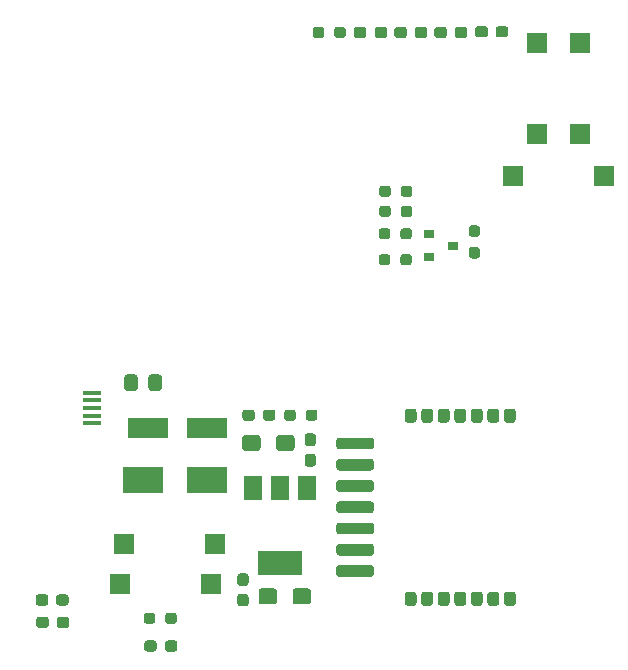
<source format=gbr>
%TF.GenerationSoftware,KiCad,Pcbnew,(5.1.10)-1*%
%TF.CreationDate,2021-06-06T01:15:34+08:00*%
%TF.ProjectId,tuya_arduino,74757961-5f61-4726-9475-696e6f2e6b69,rev?*%
%TF.SameCoordinates,Original*%
%TF.FileFunction,Paste,Top*%
%TF.FilePolarity,Positive*%
%FSLAX46Y46*%
G04 Gerber Fmt 4.6, Leading zero omitted, Abs format (unit mm)*
G04 Created by KiCad (PCBNEW (5.1.10)-1) date 2021-06-06 01:15:34*
%MOMM*%
%LPD*%
G01*
G04 APERTURE LIST*
%ADD10R,1.500000X2.000000*%
%ADD11R,3.800000X2.000000*%
%ADD12R,1.700000X1.700000*%
%ADD13R,0.900000X0.800000*%
%ADD14R,1.600000X0.400000*%
%ADD15R,3.500000X2.300000*%
%ADD16R,3.500000X1.800000*%
G04 APERTURE END LIST*
%TO.C,U2*%
G36*
G01*
X119050000Y-93250000D02*
X119050000Y-92550000D01*
G75*
G02*
X119300000Y-92300000I250000J0D01*
G01*
X119800000Y-92300000D01*
G75*
G02*
X120050000Y-92550000I0J-250000D01*
G01*
X120050000Y-93250000D01*
G75*
G02*
X119800000Y-93500000I-250000J0D01*
G01*
X119300000Y-93500000D01*
G75*
G02*
X119050000Y-93250000I0J250000D01*
G01*
G37*
G36*
G01*
X117650000Y-93250000D02*
X117650000Y-92550000D01*
G75*
G02*
X117900000Y-92300000I250000J0D01*
G01*
X118400000Y-92300000D01*
G75*
G02*
X118650000Y-92550000I0J-250000D01*
G01*
X118650000Y-93250000D01*
G75*
G02*
X118400000Y-93500000I-250000J0D01*
G01*
X117900000Y-93500000D01*
G75*
G02*
X117650000Y-93250000I0J250000D01*
G01*
G37*
G36*
G01*
X110650000Y-93250000D02*
X110650000Y-92550000D01*
G75*
G02*
X110900000Y-92300000I250000J0D01*
G01*
X111400000Y-92300000D01*
G75*
G02*
X111650000Y-92550000I0J-250000D01*
G01*
X111650000Y-93250000D01*
G75*
G02*
X111400000Y-93500000I-250000J0D01*
G01*
X110900000Y-93500000D01*
G75*
G02*
X110650000Y-93250000I0J250000D01*
G01*
G37*
G36*
G01*
X114850000Y-93250000D02*
X114850000Y-92550000D01*
G75*
G02*
X115100000Y-92300000I250000J0D01*
G01*
X115600000Y-92300000D01*
G75*
G02*
X115850000Y-92550000I0J-250000D01*
G01*
X115850000Y-93250000D01*
G75*
G02*
X115600000Y-93500000I-250000J0D01*
G01*
X115100000Y-93500000D01*
G75*
G02*
X114850000Y-93250000I0J250000D01*
G01*
G37*
G36*
G01*
X116250000Y-93250000D02*
X116250000Y-92550000D01*
G75*
G02*
X116500000Y-92300000I250000J0D01*
G01*
X117000000Y-92300000D01*
G75*
G02*
X117250000Y-92550000I0J-250000D01*
G01*
X117250000Y-93250000D01*
G75*
G02*
X117000000Y-93500000I-250000J0D01*
G01*
X116500000Y-93500000D01*
G75*
G02*
X116250000Y-93250000I0J250000D01*
G01*
G37*
G36*
G01*
X112050000Y-93250000D02*
X112050000Y-92550000D01*
G75*
G02*
X112300000Y-92300000I250000J0D01*
G01*
X112800000Y-92300000D01*
G75*
G02*
X113050000Y-92550000I0J-250000D01*
G01*
X113050000Y-93250000D01*
G75*
G02*
X112800000Y-93500000I-250000J0D01*
G01*
X112300000Y-93500000D01*
G75*
G02*
X112050000Y-93250000I0J250000D01*
G01*
G37*
G36*
G01*
X113450000Y-93250000D02*
X113450000Y-92550000D01*
G75*
G02*
X113700000Y-92300000I250000J0D01*
G01*
X114200000Y-92300000D01*
G75*
G02*
X114450000Y-92550000I0J-250000D01*
G01*
X114450000Y-93250000D01*
G75*
G02*
X114200000Y-93500000I-250000J0D01*
G01*
X113700000Y-93500000D01*
G75*
G02*
X113450000Y-93250000I0J250000D01*
G01*
G37*
G36*
G01*
X104850000Y-90800000D02*
X104850000Y-90300000D01*
G75*
G02*
X105100000Y-90050000I250000J0D01*
G01*
X107800000Y-90050000D01*
G75*
G02*
X108050000Y-90300000I0J-250000D01*
G01*
X108050000Y-90800000D01*
G75*
G02*
X107800000Y-91050000I-250000J0D01*
G01*
X105100000Y-91050000D01*
G75*
G02*
X104850000Y-90800000I0J250000D01*
G01*
G37*
G36*
G01*
X104850000Y-89000000D02*
X104850000Y-88500000D01*
G75*
G02*
X105100000Y-88250000I250000J0D01*
G01*
X107800000Y-88250000D01*
G75*
G02*
X108050000Y-88500000I0J-250000D01*
G01*
X108050000Y-89000000D01*
G75*
G02*
X107800000Y-89250000I-250000J0D01*
G01*
X105100000Y-89250000D01*
G75*
G02*
X104850000Y-89000000I0J250000D01*
G01*
G37*
G36*
G01*
X104850000Y-87200000D02*
X104850000Y-86700000D01*
G75*
G02*
X105100000Y-86450000I250000J0D01*
G01*
X107800000Y-86450000D01*
G75*
G02*
X108050000Y-86700000I0J-250000D01*
G01*
X108050000Y-87200000D01*
G75*
G02*
X107800000Y-87450000I-250000J0D01*
G01*
X105100000Y-87450000D01*
G75*
G02*
X104850000Y-87200000I0J250000D01*
G01*
G37*
G36*
G01*
X104850000Y-85400000D02*
X104850000Y-84900000D01*
G75*
G02*
X105100000Y-84650000I250000J0D01*
G01*
X107800000Y-84650000D01*
G75*
G02*
X108050000Y-84900000I0J-250000D01*
G01*
X108050000Y-85400000D01*
G75*
G02*
X107800000Y-85650000I-250000J0D01*
G01*
X105100000Y-85650000D01*
G75*
G02*
X104850000Y-85400000I0J250000D01*
G01*
G37*
G36*
G01*
X104850000Y-83600000D02*
X104850000Y-83100000D01*
G75*
G02*
X105100000Y-82850000I250000J0D01*
G01*
X107800000Y-82850000D01*
G75*
G02*
X108050000Y-83100000I0J-250000D01*
G01*
X108050000Y-83600000D01*
G75*
G02*
X107800000Y-83850000I-250000J0D01*
G01*
X105100000Y-83850000D01*
G75*
G02*
X104850000Y-83600000I0J250000D01*
G01*
G37*
G36*
G01*
X104850000Y-81800000D02*
X104850000Y-81300000D01*
G75*
G02*
X105100000Y-81050000I250000J0D01*
G01*
X107800000Y-81050000D01*
G75*
G02*
X108050000Y-81300000I0J-250000D01*
G01*
X108050000Y-81800000D01*
G75*
G02*
X107800000Y-82050000I-250000J0D01*
G01*
X105100000Y-82050000D01*
G75*
G02*
X104850000Y-81800000I0J250000D01*
G01*
G37*
G36*
G01*
X104850000Y-80000000D02*
X104850000Y-79500000D01*
G75*
G02*
X105100000Y-79250000I250000J0D01*
G01*
X107800000Y-79250000D01*
G75*
G02*
X108050000Y-79500000I0J-250000D01*
G01*
X108050000Y-80000000D01*
G75*
G02*
X107800000Y-80250000I-250000J0D01*
G01*
X105100000Y-80250000D01*
G75*
G02*
X104850000Y-80000000I0J250000D01*
G01*
G37*
G36*
G01*
X110650000Y-77750000D02*
X110650000Y-77050000D01*
G75*
G02*
X110900000Y-76800000I250000J0D01*
G01*
X111400000Y-76800000D01*
G75*
G02*
X111650000Y-77050000I0J-250000D01*
G01*
X111650000Y-77750000D01*
G75*
G02*
X111400000Y-78000000I-250000J0D01*
G01*
X110900000Y-78000000D01*
G75*
G02*
X110650000Y-77750000I0J250000D01*
G01*
G37*
G36*
G01*
X112050000Y-77750000D02*
X112050000Y-77050000D01*
G75*
G02*
X112300000Y-76800000I250000J0D01*
G01*
X112800000Y-76800000D01*
G75*
G02*
X113050000Y-77050000I0J-250000D01*
G01*
X113050000Y-77750000D01*
G75*
G02*
X112800000Y-78000000I-250000J0D01*
G01*
X112300000Y-78000000D01*
G75*
G02*
X112050000Y-77750000I0J250000D01*
G01*
G37*
G36*
G01*
X113450000Y-77750000D02*
X113450000Y-77050000D01*
G75*
G02*
X113700000Y-76800000I250000J0D01*
G01*
X114200000Y-76800000D01*
G75*
G02*
X114450000Y-77050000I0J-250000D01*
G01*
X114450000Y-77750000D01*
G75*
G02*
X114200000Y-78000000I-250000J0D01*
G01*
X113700000Y-78000000D01*
G75*
G02*
X113450000Y-77750000I0J250000D01*
G01*
G37*
G36*
G01*
X114850000Y-77750000D02*
X114850000Y-77050000D01*
G75*
G02*
X115100000Y-76800000I250000J0D01*
G01*
X115600000Y-76800000D01*
G75*
G02*
X115850000Y-77050000I0J-250000D01*
G01*
X115850000Y-77750000D01*
G75*
G02*
X115600000Y-78000000I-250000J0D01*
G01*
X115100000Y-78000000D01*
G75*
G02*
X114850000Y-77750000I0J250000D01*
G01*
G37*
G36*
G01*
X116250000Y-77750000D02*
X116250000Y-77050000D01*
G75*
G02*
X116500000Y-76800000I250000J0D01*
G01*
X117000000Y-76800000D01*
G75*
G02*
X117250000Y-77050000I0J-250000D01*
G01*
X117250000Y-77750000D01*
G75*
G02*
X117000000Y-78000000I-250000J0D01*
G01*
X116500000Y-78000000D01*
G75*
G02*
X116250000Y-77750000I0J250000D01*
G01*
G37*
G36*
G01*
X117650000Y-77750000D02*
X117650000Y-77050000D01*
G75*
G02*
X117900000Y-76800000I250000J0D01*
G01*
X118400000Y-76800000D01*
G75*
G02*
X118650000Y-77050000I0J-250000D01*
G01*
X118650000Y-77750000D01*
G75*
G02*
X118400000Y-78000000I-250000J0D01*
G01*
X117900000Y-78000000D01*
G75*
G02*
X117650000Y-77750000I0J250000D01*
G01*
G37*
G36*
G01*
X119050000Y-77750000D02*
X119050000Y-77050000D01*
G75*
G02*
X119300000Y-76800000I250000J0D01*
G01*
X119800000Y-76800000D01*
G75*
G02*
X120050000Y-77050000I0J-250000D01*
G01*
X120050000Y-77750000D01*
G75*
G02*
X119800000Y-78000000I-250000J0D01*
G01*
X119300000Y-78000000D01*
G75*
G02*
X119050000Y-77750000I0J250000D01*
G01*
G37*
%TD*%
D10*
%TO.C,U1*%
X102400000Y-83550000D03*
X97800000Y-83550000D03*
X100100000Y-83550000D03*
D11*
X100100000Y-89850000D03*
%TD*%
D12*
%TO.C,SW5*%
X94580000Y-88230000D03*
X86880000Y-88230000D03*
%TD*%
%TO.C,SW4*%
X94280000Y-91680000D03*
X86580000Y-91680000D03*
%TD*%
%TO.C,SW3*%
X125480000Y-45820000D03*
X125480000Y-53520000D03*
%TD*%
%TO.C,SW2*%
X127480000Y-57130000D03*
X119780000Y-57130000D03*
%TD*%
%TO.C,SW1*%
X121830000Y-45870000D03*
X121830000Y-53570000D03*
%TD*%
%TO.C,R8*%
G36*
G01*
X90375000Y-94787500D02*
X90375000Y-94312500D01*
G75*
G02*
X90612500Y-94075000I237500J0D01*
G01*
X91112500Y-94075000D01*
G75*
G02*
X91350000Y-94312500I0J-237500D01*
G01*
X91350000Y-94787500D01*
G75*
G02*
X91112500Y-95025000I-237500J0D01*
G01*
X90612500Y-95025000D01*
G75*
G02*
X90375000Y-94787500I0J237500D01*
G01*
G37*
G36*
G01*
X88550000Y-94787500D02*
X88550000Y-94312500D01*
G75*
G02*
X88787500Y-94075000I237500J0D01*
G01*
X89287500Y-94075000D01*
G75*
G02*
X89525000Y-94312500I0J-237500D01*
G01*
X89525000Y-94787500D01*
G75*
G02*
X89287500Y-95025000I-237500J0D01*
G01*
X88787500Y-95025000D01*
G75*
G02*
X88550000Y-94787500I0J237500D01*
G01*
G37*
%TD*%
%TO.C,R7*%
G36*
G01*
X110325000Y-58637500D02*
X110325000Y-58162500D01*
G75*
G02*
X110562500Y-57925000I237500J0D01*
G01*
X111062500Y-57925000D01*
G75*
G02*
X111300000Y-58162500I0J-237500D01*
G01*
X111300000Y-58637500D01*
G75*
G02*
X111062500Y-58875000I-237500J0D01*
G01*
X110562500Y-58875000D01*
G75*
G02*
X110325000Y-58637500I0J237500D01*
G01*
G37*
G36*
G01*
X108500000Y-58637500D02*
X108500000Y-58162500D01*
G75*
G02*
X108737500Y-57925000I237500J0D01*
G01*
X109237500Y-57925000D01*
G75*
G02*
X109475000Y-58162500I0J-237500D01*
G01*
X109475000Y-58637500D01*
G75*
G02*
X109237500Y-58875000I-237500J0D01*
G01*
X108737500Y-58875000D01*
G75*
G02*
X108500000Y-58637500I0J237500D01*
G01*
G37*
%TD*%
%TO.C,R6*%
G36*
G01*
X110275000Y-64437500D02*
X110275000Y-63962500D01*
G75*
G02*
X110512500Y-63725000I237500J0D01*
G01*
X111012500Y-63725000D01*
G75*
G02*
X111250000Y-63962500I0J-237500D01*
G01*
X111250000Y-64437500D01*
G75*
G02*
X111012500Y-64675000I-237500J0D01*
G01*
X110512500Y-64675000D01*
G75*
G02*
X110275000Y-64437500I0J237500D01*
G01*
G37*
G36*
G01*
X108450000Y-64437500D02*
X108450000Y-63962500D01*
G75*
G02*
X108687500Y-63725000I237500J0D01*
G01*
X109187500Y-63725000D01*
G75*
G02*
X109425000Y-63962500I0J-237500D01*
G01*
X109425000Y-64437500D01*
G75*
G02*
X109187500Y-64675000I-237500J0D01*
G01*
X108687500Y-64675000D01*
G75*
G02*
X108450000Y-64437500I0J237500D01*
G01*
G37*
%TD*%
%TO.C,R5*%
G36*
G01*
X108487500Y-60337500D02*
X108487500Y-59862500D01*
G75*
G02*
X108725000Y-59625000I237500J0D01*
G01*
X109225000Y-59625000D01*
G75*
G02*
X109462500Y-59862500I0J-237500D01*
G01*
X109462500Y-60337500D01*
G75*
G02*
X109225000Y-60575000I-237500J0D01*
G01*
X108725000Y-60575000D01*
G75*
G02*
X108487500Y-60337500I0J237500D01*
G01*
G37*
G36*
G01*
X110312500Y-60337500D02*
X110312500Y-59862500D01*
G75*
G02*
X110550000Y-59625000I237500J0D01*
G01*
X111050000Y-59625000D01*
G75*
G02*
X111287500Y-59862500I0J-237500D01*
G01*
X111287500Y-60337500D01*
G75*
G02*
X111050000Y-60575000I-237500J0D01*
G01*
X110550000Y-60575000D01*
G75*
G02*
X110312500Y-60337500I0J237500D01*
G01*
G37*
%TD*%
%TO.C,R4*%
G36*
G01*
X116787500Y-62262500D02*
X116312500Y-62262500D01*
G75*
G02*
X116075000Y-62025000I0J237500D01*
G01*
X116075000Y-61525000D01*
G75*
G02*
X116312500Y-61287500I237500J0D01*
G01*
X116787500Y-61287500D01*
G75*
G02*
X117025000Y-61525000I0J-237500D01*
G01*
X117025000Y-62025000D01*
G75*
G02*
X116787500Y-62262500I-237500J0D01*
G01*
G37*
G36*
G01*
X116787500Y-64087500D02*
X116312500Y-64087500D01*
G75*
G02*
X116075000Y-63850000I0J237500D01*
G01*
X116075000Y-63350000D01*
G75*
G02*
X116312500Y-63112500I237500J0D01*
G01*
X116787500Y-63112500D01*
G75*
G02*
X117025000Y-63350000I0J-237500D01*
G01*
X117025000Y-63850000D01*
G75*
G02*
X116787500Y-64087500I-237500J0D01*
G01*
G37*
%TD*%
%TO.C,R3*%
G36*
G01*
X110275000Y-62237500D02*
X110275000Y-61762500D01*
G75*
G02*
X110512500Y-61525000I237500J0D01*
G01*
X111012500Y-61525000D01*
G75*
G02*
X111250000Y-61762500I0J-237500D01*
G01*
X111250000Y-62237500D01*
G75*
G02*
X111012500Y-62475000I-237500J0D01*
G01*
X110512500Y-62475000D01*
G75*
G02*
X110275000Y-62237500I0J237500D01*
G01*
G37*
G36*
G01*
X108450000Y-62237500D02*
X108450000Y-61762500D01*
G75*
G02*
X108687500Y-61525000I237500J0D01*
G01*
X109187500Y-61525000D01*
G75*
G02*
X109425000Y-61762500I0J-237500D01*
G01*
X109425000Y-62237500D01*
G75*
G02*
X109187500Y-62475000I-237500J0D01*
G01*
X108687500Y-62475000D01*
G75*
G02*
X108450000Y-62237500I0J237500D01*
G01*
G37*
%TD*%
%TO.C,R2*%
G36*
G01*
X103825000Y-44712500D02*
X103825000Y-45187500D01*
G75*
G02*
X103587500Y-45425000I-237500J0D01*
G01*
X103087500Y-45425000D01*
G75*
G02*
X102850000Y-45187500I0J237500D01*
G01*
X102850000Y-44712500D01*
G75*
G02*
X103087500Y-44475000I237500J0D01*
G01*
X103587500Y-44475000D01*
G75*
G02*
X103825000Y-44712500I0J-237500D01*
G01*
G37*
G36*
G01*
X105650000Y-44712500D02*
X105650000Y-45187500D01*
G75*
G02*
X105412500Y-45425000I-237500J0D01*
G01*
X104912500Y-45425000D01*
G75*
G02*
X104675000Y-45187500I0J237500D01*
G01*
X104675000Y-44712500D01*
G75*
G02*
X104912500Y-44475000I237500J0D01*
G01*
X105412500Y-44475000D01*
G75*
G02*
X105650000Y-44712500I0J-237500D01*
G01*
G37*
%TD*%
%TO.C,R1*%
G36*
G01*
X102275000Y-77587500D02*
X102275000Y-77112500D01*
G75*
G02*
X102512500Y-76875000I237500J0D01*
G01*
X103012500Y-76875000D01*
G75*
G02*
X103250000Y-77112500I0J-237500D01*
G01*
X103250000Y-77587500D01*
G75*
G02*
X103012500Y-77825000I-237500J0D01*
G01*
X102512500Y-77825000D01*
G75*
G02*
X102275000Y-77587500I0J237500D01*
G01*
G37*
G36*
G01*
X100450000Y-77587500D02*
X100450000Y-77112500D01*
G75*
G02*
X100687500Y-76875000I237500J0D01*
G01*
X101187500Y-76875000D01*
G75*
G02*
X101425000Y-77112500I0J-237500D01*
G01*
X101425000Y-77587500D01*
G75*
G02*
X101187500Y-77825000I-237500J0D01*
G01*
X100687500Y-77825000D01*
G75*
G02*
X100450000Y-77587500I0J237500D01*
G01*
G37*
%TD*%
D13*
%TO.C,Q1*%
X114700000Y-63000000D03*
X112700000Y-63950000D03*
X112700000Y-62050000D03*
%TD*%
D14*
%TO.C,J2*%
X84150000Y-78050000D03*
X84150000Y-77400000D03*
X84150000Y-75450000D03*
X84150000Y-76100000D03*
X84150000Y-76750000D03*
%TD*%
%TO.C,F1*%
G36*
G01*
X88050000Y-74149999D02*
X88050000Y-75050001D01*
G75*
G02*
X87800001Y-75300000I-249999J0D01*
G01*
X87149999Y-75300000D01*
G75*
G02*
X86900000Y-75050001I0J249999D01*
G01*
X86900000Y-74149999D01*
G75*
G02*
X87149999Y-73900000I249999J0D01*
G01*
X87800001Y-73900000D01*
G75*
G02*
X88050000Y-74149999I0J-249999D01*
G01*
G37*
G36*
G01*
X90100000Y-74149999D02*
X90100000Y-75050001D01*
G75*
G02*
X89850001Y-75300000I-249999J0D01*
G01*
X89199999Y-75300000D01*
G75*
G02*
X88950000Y-75050001I0J249999D01*
G01*
X88950000Y-74149999D01*
G75*
G02*
X89199999Y-73900000I249999J0D01*
G01*
X89850001Y-73900000D01*
G75*
G02*
X90100000Y-74149999I0J-249999D01*
G01*
G37*
%TD*%
%TO.C,D5*%
G36*
G01*
X90345000Y-97137500D02*
X90345000Y-96662500D01*
G75*
G02*
X90582500Y-96425000I237500J0D01*
G01*
X91157500Y-96425000D01*
G75*
G02*
X91395000Y-96662500I0J-237500D01*
G01*
X91395000Y-97137500D01*
G75*
G02*
X91157500Y-97375000I-237500J0D01*
G01*
X90582500Y-97375000D01*
G75*
G02*
X90345000Y-97137500I0J237500D01*
G01*
G37*
G36*
G01*
X88595000Y-97137500D02*
X88595000Y-96662500D01*
G75*
G02*
X88832500Y-96425000I237500J0D01*
G01*
X89407500Y-96425000D01*
G75*
G02*
X89645000Y-96662500I0J-237500D01*
G01*
X89645000Y-97137500D01*
G75*
G02*
X89407500Y-97375000I-237500J0D01*
G01*
X88832500Y-97375000D01*
G75*
G02*
X88595000Y-97137500I0J237500D01*
G01*
G37*
%TD*%
%TO.C,D4*%
G36*
G01*
X108100000Y-45187500D02*
X108100000Y-44712500D01*
G75*
G02*
X108337500Y-44475000I237500J0D01*
G01*
X108912500Y-44475000D01*
G75*
G02*
X109150000Y-44712500I0J-237500D01*
G01*
X109150000Y-45187500D01*
G75*
G02*
X108912500Y-45425000I-237500J0D01*
G01*
X108337500Y-45425000D01*
G75*
G02*
X108100000Y-45187500I0J237500D01*
G01*
G37*
G36*
G01*
X106350000Y-45187500D02*
X106350000Y-44712500D01*
G75*
G02*
X106587500Y-44475000I237500J0D01*
G01*
X107162500Y-44475000D01*
G75*
G02*
X107400000Y-44712500I0J-237500D01*
G01*
X107400000Y-45187500D01*
G75*
G02*
X107162500Y-45425000I-237500J0D01*
G01*
X106587500Y-45425000D01*
G75*
G02*
X106350000Y-45187500I0J237500D01*
G01*
G37*
%TD*%
%TO.C,D3*%
G36*
G01*
X97950000Y-77112500D02*
X97950000Y-77587500D01*
G75*
G02*
X97712500Y-77825000I-237500J0D01*
G01*
X97137500Y-77825000D01*
G75*
G02*
X96900000Y-77587500I0J237500D01*
G01*
X96900000Y-77112500D01*
G75*
G02*
X97137500Y-76875000I237500J0D01*
G01*
X97712500Y-76875000D01*
G75*
G02*
X97950000Y-77112500I0J-237500D01*
G01*
G37*
G36*
G01*
X99700000Y-77112500D02*
X99700000Y-77587500D01*
G75*
G02*
X99462500Y-77825000I-237500J0D01*
G01*
X98887500Y-77825000D01*
G75*
G02*
X98650000Y-77587500I0J237500D01*
G01*
X98650000Y-77112500D01*
G75*
G02*
X98887500Y-76875000I237500J0D01*
G01*
X99462500Y-76875000D01*
G75*
G02*
X99700000Y-77112500I0J-237500D01*
G01*
G37*
%TD*%
D15*
%TO.C,D2*%
X93900000Y-82800000D03*
X88500000Y-82800000D03*
%TD*%
D16*
%TO.C,D1*%
X88900000Y-78400000D03*
X93900000Y-78400000D03*
%TD*%
%TO.C,C10*%
G36*
G01*
X80525000Y-94662500D02*
X80525000Y-95137500D01*
G75*
G02*
X80287500Y-95375000I-237500J0D01*
G01*
X79687500Y-95375000D01*
G75*
G02*
X79450000Y-95137500I0J237500D01*
G01*
X79450000Y-94662500D01*
G75*
G02*
X79687500Y-94425000I237500J0D01*
G01*
X80287500Y-94425000D01*
G75*
G02*
X80525000Y-94662500I0J-237500D01*
G01*
G37*
G36*
G01*
X82250000Y-94662500D02*
X82250000Y-95137500D01*
G75*
G02*
X82012500Y-95375000I-237500J0D01*
G01*
X81412500Y-95375000D01*
G75*
G02*
X81175000Y-95137500I0J237500D01*
G01*
X81175000Y-94662500D01*
G75*
G02*
X81412500Y-94425000I237500J0D01*
G01*
X82012500Y-94425000D01*
G75*
G02*
X82250000Y-94662500I0J-237500D01*
G01*
G37*
%TD*%
%TO.C,C9*%
G36*
G01*
X80475000Y-92762500D02*
X80475000Y-93237500D01*
G75*
G02*
X80237500Y-93475000I-237500J0D01*
G01*
X79637500Y-93475000D01*
G75*
G02*
X79400000Y-93237500I0J237500D01*
G01*
X79400000Y-92762500D01*
G75*
G02*
X79637500Y-92525000I237500J0D01*
G01*
X80237500Y-92525000D01*
G75*
G02*
X80475000Y-92762500I0J-237500D01*
G01*
G37*
G36*
G01*
X82200000Y-92762500D02*
X82200000Y-93237500D01*
G75*
G02*
X81962500Y-93475000I-237500J0D01*
G01*
X81362500Y-93475000D01*
G75*
G02*
X81125000Y-93237500I0J237500D01*
G01*
X81125000Y-92762500D01*
G75*
G02*
X81362500Y-92525000I237500J0D01*
G01*
X81962500Y-92525000D01*
G75*
G02*
X82200000Y-92762500I0J-237500D01*
G01*
G37*
%TD*%
%TO.C,C8*%
G36*
G01*
X97187500Y-91825000D02*
X96712500Y-91825000D01*
G75*
G02*
X96475000Y-91587500I0J237500D01*
G01*
X96475000Y-90987500D01*
G75*
G02*
X96712500Y-90750000I237500J0D01*
G01*
X97187500Y-90750000D01*
G75*
G02*
X97425000Y-90987500I0J-237500D01*
G01*
X97425000Y-91587500D01*
G75*
G02*
X97187500Y-91825000I-237500J0D01*
G01*
G37*
G36*
G01*
X97187500Y-93550000D02*
X96712500Y-93550000D01*
G75*
G02*
X96475000Y-93312500I0J237500D01*
G01*
X96475000Y-92712500D01*
G75*
G02*
X96712500Y-92475000I237500J0D01*
G01*
X97187500Y-92475000D01*
G75*
G02*
X97425000Y-92712500I0J-237500D01*
G01*
X97425000Y-93312500D01*
G75*
G02*
X97187500Y-93550000I-237500J0D01*
G01*
G37*
%TD*%
%TO.C,C7*%
G36*
G01*
X110837500Y-44712500D02*
X110837500Y-45187500D01*
G75*
G02*
X110600000Y-45425000I-237500J0D01*
G01*
X110000000Y-45425000D01*
G75*
G02*
X109762500Y-45187500I0J237500D01*
G01*
X109762500Y-44712500D01*
G75*
G02*
X110000000Y-44475000I237500J0D01*
G01*
X110600000Y-44475000D01*
G75*
G02*
X110837500Y-44712500I0J-237500D01*
G01*
G37*
G36*
G01*
X112562500Y-44712500D02*
X112562500Y-45187500D01*
G75*
G02*
X112325000Y-45425000I-237500J0D01*
G01*
X111725000Y-45425000D01*
G75*
G02*
X111487500Y-45187500I0J237500D01*
G01*
X111487500Y-44712500D01*
G75*
G02*
X111725000Y-44475000I237500J0D01*
G01*
X112325000Y-44475000D01*
G75*
G02*
X112562500Y-44712500I0J-237500D01*
G01*
G37*
%TD*%
%TO.C,C6*%
G36*
G01*
X117687500Y-44662500D02*
X117687500Y-45137500D01*
G75*
G02*
X117450000Y-45375000I-237500J0D01*
G01*
X116850000Y-45375000D01*
G75*
G02*
X116612500Y-45137500I0J237500D01*
G01*
X116612500Y-44662500D01*
G75*
G02*
X116850000Y-44425000I237500J0D01*
G01*
X117450000Y-44425000D01*
G75*
G02*
X117687500Y-44662500I0J-237500D01*
G01*
G37*
G36*
G01*
X119412500Y-44662500D02*
X119412500Y-45137500D01*
G75*
G02*
X119175000Y-45375000I-237500J0D01*
G01*
X118575000Y-45375000D01*
G75*
G02*
X118337500Y-45137500I0J237500D01*
G01*
X118337500Y-44662500D01*
G75*
G02*
X118575000Y-44425000I237500J0D01*
G01*
X119175000Y-44425000D01*
G75*
G02*
X119412500Y-44662500I0J-237500D01*
G01*
G37*
%TD*%
%TO.C,C5*%
G36*
G01*
X114225000Y-44712500D02*
X114225000Y-45187500D01*
G75*
G02*
X113987500Y-45425000I-237500J0D01*
G01*
X113387500Y-45425000D01*
G75*
G02*
X113150000Y-45187500I0J237500D01*
G01*
X113150000Y-44712500D01*
G75*
G02*
X113387500Y-44475000I237500J0D01*
G01*
X113987500Y-44475000D01*
G75*
G02*
X114225000Y-44712500I0J-237500D01*
G01*
G37*
G36*
G01*
X115950000Y-44712500D02*
X115950000Y-45187500D01*
G75*
G02*
X115712500Y-45425000I-237500J0D01*
G01*
X115112500Y-45425000D01*
G75*
G02*
X114875000Y-45187500I0J237500D01*
G01*
X114875000Y-44712500D01*
G75*
G02*
X115112500Y-44475000I237500J0D01*
G01*
X115712500Y-44475000D01*
G75*
G02*
X115950000Y-44712500I0J-237500D01*
G01*
G37*
%TD*%
%TO.C,C4*%
G36*
G01*
X101150000Y-93125001D02*
X101150000Y-92274999D01*
G75*
G02*
X101399999Y-92025000I249999J0D01*
G01*
X102475001Y-92025000D01*
G75*
G02*
X102725000Y-92274999I0J-249999D01*
G01*
X102725000Y-93125001D01*
G75*
G02*
X102475001Y-93375000I-249999J0D01*
G01*
X101399999Y-93375000D01*
G75*
G02*
X101150000Y-93125001I0J249999D01*
G01*
G37*
G36*
G01*
X98275000Y-93125001D02*
X98275000Y-92274999D01*
G75*
G02*
X98524999Y-92025000I249999J0D01*
G01*
X99600001Y-92025000D01*
G75*
G02*
X99850000Y-92274999I0J-249999D01*
G01*
X99850000Y-93125001D01*
G75*
G02*
X99600001Y-93375000I-249999J0D01*
G01*
X98524999Y-93375000D01*
G75*
G02*
X98275000Y-93125001I0J249999D01*
G01*
G37*
%TD*%
%TO.C,C3*%
G36*
G01*
X102412500Y-80625000D02*
X102887500Y-80625000D01*
G75*
G02*
X103125000Y-80862500I0J-237500D01*
G01*
X103125000Y-81462500D01*
G75*
G02*
X102887500Y-81700000I-237500J0D01*
G01*
X102412500Y-81700000D01*
G75*
G02*
X102175000Y-81462500I0J237500D01*
G01*
X102175000Y-80862500D01*
G75*
G02*
X102412500Y-80625000I237500J0D01*
G01*
G37*
G36*
G01*
X102412500Y-78900000D02*
X102887500Y-78900000D01*
G75*
G02*
X103125000Y-79137500I0J-237500D01*
G01*
X103125000Y-79737500D01*
G75*
G02*
X102887500Y-79975000I-237500J0D01*
G01*
X102412500Y-79975000D01*
G75*
G02*
X102175000Y-79737500I0J237500D01*
G01*
X102175000Y-79137500D01*
G75*
G02*
X102412500Y-78900000I237500J0D01*
G01*
G37*
%TD*%
%TO.C,C2*%
G36*
G01*
X99750000Y-80125001D02*
X99750000Y-79274999D01*
G75*
G02*
X99999999Y-79025000I249999J0D01*
G01*
X101075001Y-79025000D01*
G75*
G02*
X101325000Y-79274999I0J-249999D01*
G01*
X101325000Y-80125001D01*
G75*
G02*
X101075001Y-80375000I-249999J0D01*
G01*
X99999999Y-80375000D01*
G75*
G02*
X99750000Y-80125001I0J249999D01*
G01*
G37*
G36*
G01*
X96875000Y-80125001D02*
X96875000Y-79274999D01*
G75*
G02*
X97124999Y-79025000I249999J0D01*
G01*
X98200001Y-79025000D01*
G75*
G02*
X98450000Y-79274999I0J-249999D01*
G01*
X98450000Y-80125001D01*
G75*
G02*
X98200001Y-80375000I-249999J0D01*
G01*
X97124999Y-80375000D01*
G75*
G02*
X96875000Y-80125001I0J249999D01*
G01*
G37*
%TD*%
M02*

</source>
